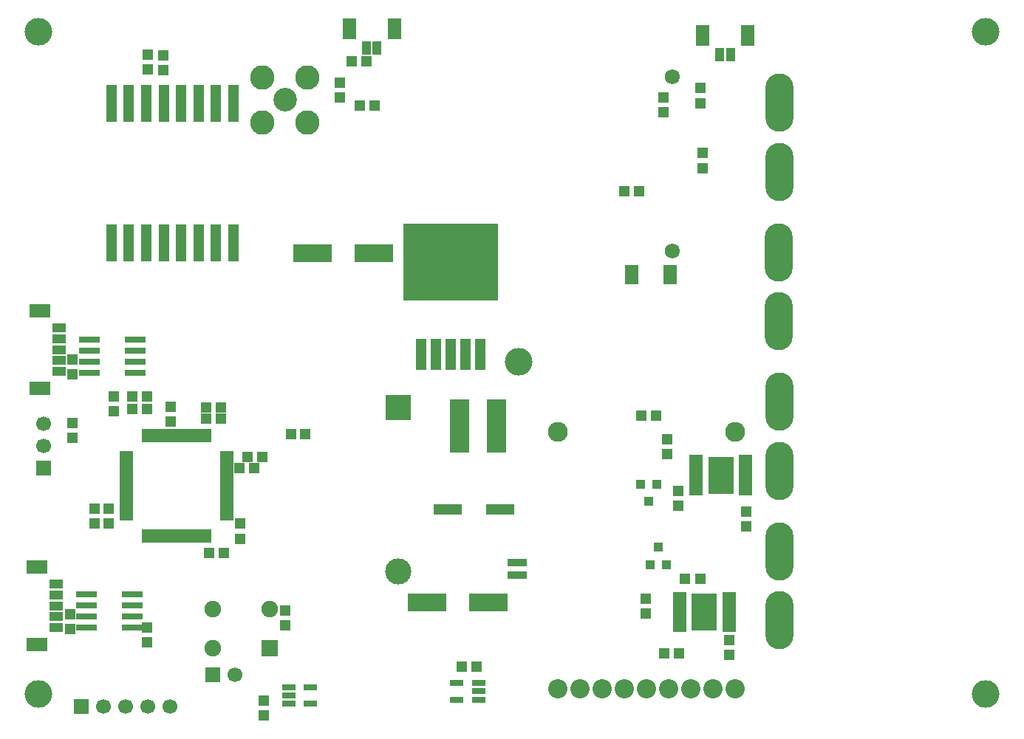
<source format=gbr>
%TF.GenerationSoftware,Novarm,DipTrace,3.3.0.1*%
%TF.CreationDate,2018-11-14T10:20:14-08:00*%
%FSLAX26Y26*%
%MOIN*%
%TF.FileFunction,Soldermask,Top*%
%TF.Part,Single*%
%ADD64C,0.125*%
%ADD65C,0.09*%
%ADD73C,0.06788*%
%ADD75C,0.086896*%
%ADD77R,0.04725X0.141738*%
%ADD79R,0.42914X0.346463*%
%ADD81R,0.096463X0.062998*%
%ADD83R,0.059061X0.041345*%
%ADD85R,0.094494X0.031502*%
%ADD87R,0.059455X0.025597*%
%ADD89R,0.112211X0.16536*%
%ADD91R,0.059849X0.030321*%
%ADD93R,0.062998X0.096463*%
%ADD95R,0.041345X0.059061*%
%ADD97R,0.04725X0.16536*%
%ADD99R,0.019691X0.064967*%
%ADD101R,0.064967X0.019691*%
%ADD103C,0.074809*%
%ADD105R,0.074809X0.074809*%
%ADD107R,0.08662X0.035439*%
%ADD109R,0.08662X0.2441*%
%ADD111R,0.045282X0.04725*%
%ADD113O,0.12599X0.263786*%
%ADD115C,0.066935*%
%ADD117R,0.066935X0.066935*%
%ADD119R,0.039376X0.043313*%
%ADD121C,0.118116*%
%ADD123R,0.118116X0.118116*%
%ADD125R,0.062998X0.090557*%
%ADD127R,0.129927X0.051187*%
%ADD129R,0.173234X0.082683*%
%ADD131R,0.051187X0.04725*%
%ADD133R,0.04725X0.051187*%
%ADD135C,0.106305*%
%ADD137C,0.110242*%
G75*
G01*
%LPD*%
D137*
X1584951Y3131200D3*
X1787707D3*
Y3333956D3*
X1584951D3*
D135*
X1686329Y3232578D3*
D133*
X1138382Y3367913D3*
Y3434842D3*
X1066200Y3368700D3*
Y3435629D3*
D131*
X997401Y1893522D3*
X1064330D3*
D133*
X892359Y1319690D3*
Y1386619D3*
D131*
X1412630Y1185111D3*
X1345701D3*
D133*
X1484850Y1318582D3*
Y1251653D3*
D131*
X1331372Y1844330D3*
X1398301D3*
X1547449Y1568700D3*
X1480520D3*
X1584949Y1618700D3*
X1518020D3*
X1331648Y1792864D3*
X1398577D3*
X997541Y1835334D3*
X1064470D3*
D133*
X828944Y1319407D3*
Y1386336D3*
X1066144Y849881D3*
Y782952D3*
X1688947Y927712D3*
Y860783D3*
X1172449Y1781200D3*
Y1848129D3*
D129*
X1810972Y2539901D3*
X2086562D3*
D127*
X2657327Y1384050D3*
X2421107D3*
D133*
X3691200Y793700D3*
Y726771D3*
X3766200Y1374949D3*
Y1308020D3*
D129*
X2603700Y962449D3*
X2328109D3*
D131*
X3559581Y1069641D3*
X3492651D3*
D133*
X3459581Y1400892D3*
Y1467821D3*
X916159Y1893522D3*
Y1826592D3*
D125*
X3250927Y2442250D3*
X3424155D3*
D123*
X2197449Y1843700D3*
D121*
Y1101968D3*
D119*
X3328700Y1418700D3*
X3366102Y1497440D3*
X3291298D3*
D131*
X2091036Y3205884D3*
X2024107D3*
D119*
X3372081Y1213392D3*
X3334679Y1134651D3*
X3409482D3*
D117*
X597443Y1568556D3*
D115*
Y1668556D3*
Y1768556D3*
D73*
X3434645Y3337120D3*
Y2549718D3*
D64*
X573700Y3538700D3*
X2741200Y2049949D3*
X573700Y548700D3*
X4848700D3*
Y3538700D3*
D113*
X3916111Y2544020D3*
Y2232997D3*
X3916200Y1193913D3*
Y882889D3*
Y3218700D3*
Y2907676D3*
Y1868842D3*
Y1557818D3*
D117*
X1359949Y637449D3*
D115*
X1459949D3*
D111*
X1778700Y1724949D3*
X1715708D3*
D109*
X2475466Y1760233D3*
X2640821D3*
D107*
X2734949Y1143700D3*
Y1086613D3*
D133*
X3395791Y3243188D3*
Y3176259D3*
D131*
X2053540Y3405863D3*
X1986611D3*
X3216200Y2818700D3*
X3283129D3*
D133*
X3572449Y2924949D3*
Y2991878D3*
X3559632Y3218382D3*
Y3285312D3*
X1934798Y3243363D3*
Y3310292D3*
X716180Y843632D3*
Y910561D3*
D131*
X3397081Y732141D3*
X3464010D3*
D133*
X728679Y1993511D3*
Y2060440D3*
X3409581Y1700892D3*
Y1633962D3*
D131*
X3359949Y1806200D3*
X3293020D3*
X2484951Y674949D3*
X2551880D3*
D133*
X1591200Y518700D3*
Y451771D3*
X728700Y1773129D3*
Y1706200D3*
X3315830Y913392D3*
Y980321D3*
D105*
X1616200Y756200D3*
D103*
Y933365D3*
X1360294D3*
Y756200D3*
D101*
X1424087Y1341812D3*
Y1361497D3*
Y1381182D3*
Y1400867D3*
Y1420552D3*
Y1440237D3*
Y1459922D3*
Y1479607D3*
Y1499292D3*
Y1518977D3*
Y1538662D3*
Y1558347D3*
Y1578032D3*
Y1597717D3*
Y1617402D3*
Y1637087D3*
D99*
X1345347Y1715827D3*
X1325662D3*
X1305977D3*
X1286292D3*
X1266607D3*
X1246922D3*
X1227237D3*
X1207552D3*
X1187867D3*
X1168182D3*
X1148497D3*
X1128812D3*
X1109127D3*
X1089441D3*
X1069756D3*
X1050071D3*
D101*
X971331Y1637087D3*
Y1617402D3*
Y1597717D3*
Y1578032D3*
Y1558347D3*
Y1538662D3*
Y1518977D3*
Y1499292D3*
Y1479607D3*
Y1459922D3*
Y1440237D3*
Y1420552D3*
Y1400867D3*
Y1381182D3*
Y1361497D3*
Y1341812D3*
D99*
X1050071Y1263071D3*
X1069756D3*
X1089441D3*
X1109127D3*
X1128812D3*
X1148497D3*
X1168182D3*
X1187867D3*
X1207552D3*
X1227237D3*
X1246922D3*
X1266607D3*
X1286292D3*
X1305977D3*
X1325662D3*
X1345347D3*
D97*
X903700Y2587449D3*
X982440D3*
X1061180D3*
X1139920D3*
X1218661D3*
X1297401D3*
X1376141D3*
X1454881D3*
Y3217371D3*
X1376141D3*
X1297401D3*
X1218661D3*
X1139920D3*
X1061180D3*
X982440D3*
X903700D3*
D95*
X2053540Y3468356D3*
X2102752D3*
D93*
X2179524Y3554773D3*
X1976768D3*
D91*
X2559951Y524949D3*
Y562351D3*
Y599752D3*
X2461525D3*
Y524949D3*
D95*
X3647123Y3437109D3*
X3696335D3*
D93*
X3773107Y3523527D3*
X3570351D3*
D89*
X3578700Y918700D3*
D87*
X3466495Y995472D3*
Y969881D3*
Y944291D3*
Y918700D3*
Y893109D3*
Y867519D3*
Y841928D3*
X3690905Y995472D3*
Y969881D3*
Y944291D3*
Y918700D3*
Y893109D3*
Y867519D3*
Y841928D3*
D85*
X997401Y849881D3*
Y899881D3*
Y949881D3*
Y999881D3*
X792676Y849881D3*
Y899881D3*
Y949881D3*
Y999881D3*
D83*
X653687Y849881D3*
Y899094D3*
Y948306D3*
Y997519D3*
Y1046731D3*
D81*
X567270Y1123503D3*
Y773109D3*
D79*
X2435100Y2500898D3*
D77*
X2301242Y2083575D3*
X2368171D3*
X2435100D3*
X2502029D3*
X2568959D3*
D75*
X2916200Y574949D3*
X3016200D3*
X3116200D3*
X3216200D3*
X3316200D3*
X3416200D3*
X3516200D3*
X3616200D3*
X3716200D3*
D65*
X2916200Y1734949D3*
X3716200D3*
D89*
X3653285Y1538397D3*
D87*
X3541081Y1615169D3*
Y1589578D3*
Y1563987D3*
Y1538397D3*
Y1512806D3*
Y1487216D3*
Y1461625D3*
X3765490Y1615169D3*
Y1589578D3*
Y1563987D3*
Y1538397D3*
Y1512806D3*
Y1487216D3*
Y1461625D3*
D91*
X1703700Y581200D3*
Y543798D3*
Y506397D3*
X1802125D3*
Y581200D3*
D85*
X1009899Y1999760D3*
Y2049760D3*
Y2099760D3*
Y2149760D3*
X805175Y1999760D3*
Y2049760D3*
Y2099760D3*
Y2149760D3*
D83*
X666186Y2006010D3*
Y2055222D3*
Y2104435D3*
Y2153648D3*
Y2202860D3*
D81*
X579768Y2279632D3*
Y1929238D3*
D117*
X766200Y493700D3*
D115*
X866200D3*
X966200D3*
X1066200D3*
X1166200D3*
M02*

</source>
